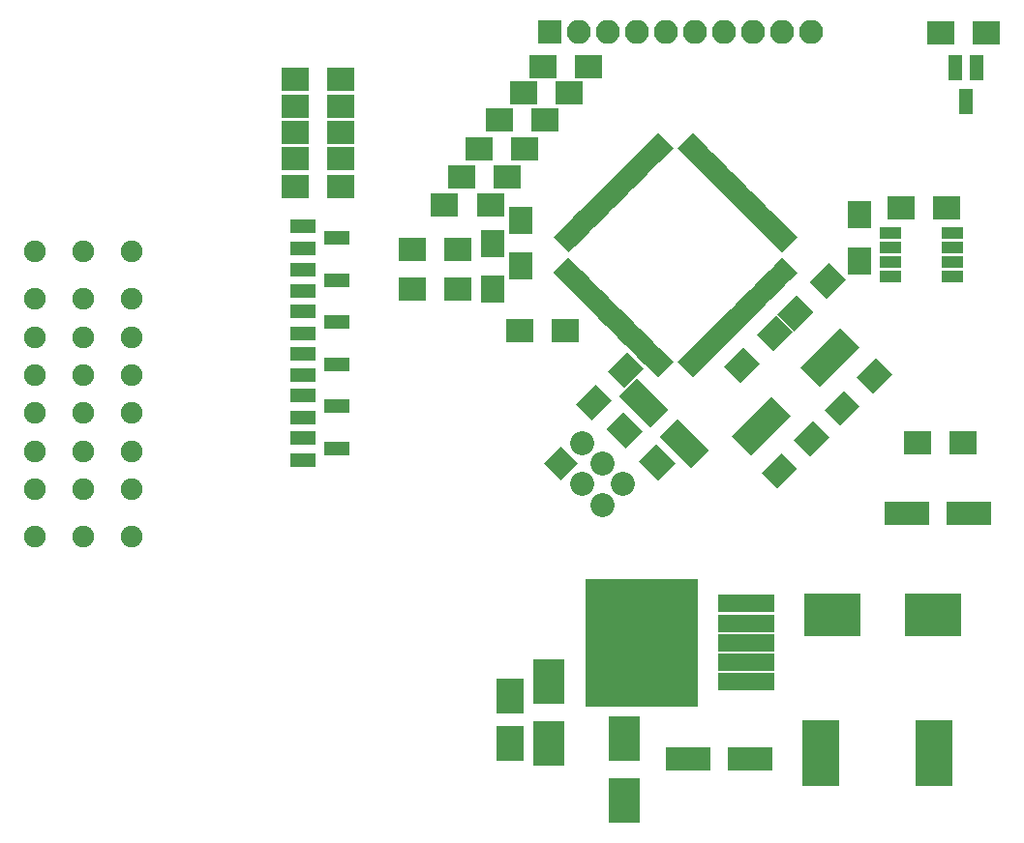
<source format=gbr>
G04 #@! TF.FileFunction,Soldermask,Top*
%FSLAX46Y46*%
G04 Gerber Fmt 4.6, Leading zero omitted, Abs format (unit mm)*
G04 Created by KiCad (PCBNEW 4.0.7) date 06/18/18 23:10:01*
%MOMM*%
%LPD*%
G01*
G04 APERTURE LIST*
%ADD10C,0.100000*%
%ADD11C,2.100000*%
%ADD12R,2.000000X2.400000*%
%ADD13R,2.400000X2.000000*%
%ADD14R,3.900000X2.000000*%
%ADD15R,2.300000X1.200000*%
%ADD16R,2.700000X3.900000*%
%ADD17R,4.900000X3.700000*%
%ADD18R,1.200000X2.300000*%
%ADD19R,2.430000X3.050000*%
%ADD20R,2.100000X2.100000*%
%ADD21O,2.100000X2.100000*%
%ADD22C,1.900000*%
%ADD23R,2.400000X2.100000*%
%ADD24R,3.300000X5.800000*%
%ADD25R,5.000000X1.500000*%
%ADD26R,9.800000X11.200000*%
%ADD27R,1.950000X1.000000*%
G04 APERTURE END LIST*
D10*
G36*
X66500000Y-61234924D02*
X65015076Y-59750000D01*
X66500000Y-58265076D01*
X67984924Y-59750000D01*
X66500000Y-61234924D01*
X66500000Y-61234924D01*
G37*
D11*
X68296051Y-57953949D02*
X68296051Y-57953949D01*
X68296051Y-61546051D02*
X68296051Y-61546051D01*
X70092102Y-59750000D02*
X70092102Y-59750000D01*
X70092102Y-63342102D02*
X70092102Y-63342102D01*
X71888154Y-61546051D02*
X71888154Y-61546051D01*
D10*
G36*
X94055635Y-50530151D02*
X95469849Y-51944365D01*
X93772793Y-53641421D01*
X92358579Y-52227207D01*
X94055635Y-50530151D01*
X94055635Y-50530151D01*
G37*
G36*
X91227207Y-53358579D02*
X92641421Y-54772793D01*
X90944365Y-56469849D01*
X89530151Y-55055635D01*
X91227207Y-53358579D01*
X91227207Y-53358579D01*
G37*
G36*
X88555635Y-56030151D02*
X89969849Y-57444365D01*
X88272793Y-59141421D01*
X86858579Y-57727207D01*
X88555635Y-56030151D01*
X88555635Y-56030151D01*
G37*
G36*
X85727207Y-58858579D02*
X87141421Y-60272793D01*
X85444365Y-61969849D01*
X84030151Y-60555635D01*
X85727207Y-58858579D01*
X85727207Y-58858579D01*
G37*
D12*
X63000000Y-38500000D03*
X63000000Y-42500000D03*
D10*
G36*
X82194365Y-52719849D02*
X80780151Y-51305635D01*
X82477207Y-49608579D01*
X83891421Y-51022793D01*
X82194365Y-52719849D01*
X82194365Y-52719849D01*
G37*
G36*
X85022793Y-49891421D02*
X83608579Y-48477207D01*
X85305635Y-46780151D01*
X86719849Y-48194365D01*
X85022793Y-49891421D01*
X85022793Y-49891421D01*
G37*
D13*
X53500000Y-44500000D03*
X57500000Y-44500000D03*
D12*
X60500000Y-44500000D03*
X60500000Y-40500000D03*
D14*
X83000000Y-85600000D03*
X77600000Y-85600000D03*
D12*
X92600000Y-38000000D03*
X92600000Y-42000000D03*
D10*
G36*
X72305635Y-50030151D02*
X73719849Y-51444365D01*
X72022793Y-53141421D01*
X70608579Y-51727207D01*
X72305635Y-50030151D01*
X72305635Y-50030151D01*
G37*
G36*
X69477207Y-52858579D02*
X70891421Y-54272793D01*
X69194365Y-55969849D01*
X67780151Y-54555635D01*
X69477207Y-52858579D01*
X69477207Y-52858579D01*
G37*
D14*
X102150000Y-64150000D03*
X96750000Y-64150000D03*
D13*
X101650000Y-57950000D03*
X97650000Y-57950000D03*
D15*
X43900000Y-57550000D03*
X43900000Y-59450000D03*
X46900000Y-58500000D03*
X43900000Y-46450000D03*
X43900000Y-48350000D03*
X46900000Y-47400000D03*
X43875000Y-53825000D03*
X43875000Y-55725000D03*
X46875000Y-54775000D03*
X43875000Y-42775000D03*
X43875000Y-44675000D03*
X46875000Y-43725000D03*
X43900000Y-50150000D03*
X43900000Y-52050000D03*
X46900000Y-51100000D03*
X43875000Y-39025000D03*
X43875000Y-40925000D03*
X46875000Y-39975000D03*
D16*
X65450000Y-84300000D03*
X65450000Y-78900000D03*
X72050000Y-89300000D03*
X72050000Y-83900000D03*
D17*
X90200000Y-73050000D03*
X99000000Y-73050000D03*
D10*
G36*
X79424443Y-58618808D02*
X77868808Y-60174443D01*
X75111091Y-57416726D01*
X76666726Y-55861091D01*
X79424443Y-58618808D01*
X79424443Y-58618808D01*
G37*
G36*
X75888909Y-55083274D02*
X74333274Y-56638909D01*
X71575557Y-53881192D01*
X73131192Y-52325557D01*
X75888909Y-55083274D01*
X75888909Y-55083274D01*
G37*
D18*
X102875000Y-25075000D03*
X100975000Y-25075000D03*
X101925000Y-28075000D03*
D19*
X62000000Y-84290000D03*
X62000000Y-80110000D03*
D20*
X65500000Y-22000000D03*
D21*
X68040000Y-22000000D03*
X70580000Y-22000000D03*
X73120000Y-22000000D03*
X75660000Y-22000000D03*
X78200000Y-22000000D03*
X80740000Y-22000000D03*
X83280000Y-22000000D03*
X85820000Y-22000000D03*
X88360000Y-22000000D03*
D22*
X20500000Y-66180000D03*
X20500000Y-62030000D03*
X20500000Y-58700000D03*
X20500000Y-55370000D03*
X20500000Y-52040000D03*
X20500000Y-48710000D03*
X20500000Y-45380000D03*
X24700000Y-62030000D03*
X24700000Y-58700000D03*
X24700000Y-55370000D03*
X24700000Y-52040000D03*
X24700000Y-48710000D03*
X24700000Y-45380000D03*
X28900000Y-62030000D03*
X28900000Y-58700000D03*
X28900000Y-55370000D03*
X28900000Y-52040000D03*
X28900000Y-48710000D03*
X28900000Y-45380000D03*
X20500000Y-41230000D03*
X24700000Y-66180000D03*
X24700000Y-41230000D03*
X28900000Y-66180000D03*
X28900000Y-41230000D03*
D23*
X53500000Y-41000000D03*
X57500000Y-41000000D03*
D24*
X89250000Y-85100000D03*
X99150000Y-85100000D03*
D23*
X56300000Y-37100000D03*
X60300000Y-37100000D03*
X61100000Y-29700000D03*
X65100000Y-29700000D03*
X57800000Y-34700000D03*
X61800000Y-34700000D03*
X63200000Y-27300000D03*
X67200000Y-27300000D03*
X59300000Y-32200000D03*
X63300000Y-32200000D03*
X64900000Y-25000000D03*
X68900000Y-25000000D03*
D10*
G36*
X89920280Y-42194796D02*
X91405204Y-43679720D01*
X89708148Y-45376776D01*
X88223224Y-43891852D01*
X89920280Y-42194796D01*
X89920280Y-42194796D01*
G37*
G36*
X87091852Y-45023224D02*
X88576776Y-46508148D01*
X86879720Y-48205204D01*
X85394796Y-46720280D01*
X87091852Y-45023224D01*
X87091852Y-45023224D01*
G37*
D23*
X62900000Y-48100000D03*
X66900000Y-48100000D03*
X47200000Y-35500000D03*
X43200000Y-35500000D03*
X47200000Y-33100000D03*
X43200000Y-33100000D03*
X47200000Y-30800000D03*
X43200000Y-30800000D03*
X47200000Y-28500000D03*
X43200000Y-28500000D03*
X47200000Y-26100000D03*
X43200000Y-26100000D03*
X100200000Y-37400000D03*
X96200000Y-37400000D03*
D10*
G36*
X76505204Y-59770280D02*
X75020280Y-61255204D01*
X73323224Y-59558148D01*
X74808148Y-58073224D01*
X76505204Y-59770280D01*
X76505204Y-59770280D01*
G37*
G36*
X73676776Y-56941852D02*
X72191852Y-58426776D01*
X70494796Y-56729720D01*
X71979720Y-55244796D01*
X73676776Y-56941852D01*
X73676776Y-56941852D01*
G37*
D23*
X99675000Y-22075000D03*
X103675000Y-22075000D03*
D10*
G36*
X66476761Y-43709709D02*
X65805010Y-43037958D01*
X67148513Y-41694455D01*
X67820264Y-42366206D01*
X66476761Y-43709709D01*
X66476761Y-43709709D01*
G37*
G36*
X67042447Y-44275394D02*
X66370696Y-43603643D01*
X67714199Y-42260140D01*
X68385950Y-42931891D01*
X67042447Y-44275394D01*
X67042447Y-44275394D01*
G37*
G36*
X67608132Y-44841079D02*
X66936381Y-44169328D01*
X68279884Y-42825825D01*
X68951635Y-43497576D01*
X67608132Y-44841079D01*
X67608132Y-44841079D01*
G37*
G36*
X68173817Y-45406765D02*
X67502066Y-44735014D01*
X68845569Y-43391511D01*
X69517320Y-44063262D01*
X68173817Y-45406765D01*
X68173817Y-45406765D01*
G37*
G36*
X68739503Y-45972450D02*
X68067752Y-45300699D01*
X69411255Y-43957196D01*
X70083006Y-44628947D01*
X68739503Y-45972450D01*
X68739503Y-45972450D01*
G37*
G36*
X69305188Y-46538136D02*
X68633437Y-45866385D01*
X69976940Y-44522882D01*
X70648691Y-45194633D01*
X69305188Y-46538136D01*
X69305188Y-46538136D01*
G37*
G36*
X69870874Y-47103821D02*
X69199123Y-46432070D01*
X70542626Y-45088567D01*
X71214377Y-45760318D01*
X69870874Y-47103821D01*
X69870874Y-47103821D01*
G37*
G36*
X70436559Y-47669507D02*
X69764808Y-46997756D01*
X71108311Y-45654253D01*
X71780062Y-46326004D01*
X70436559Y-47669507D01*
X70436559Y-47669507D01*
G37*
G36*
X71002244Y-48235192D02*
X70330493Y-47563441D01*
X71673996Y-46219938D01*
X72345747Y-46891689D01*
X71002244Y-48235192D01*
X71002244Y-48235192D01*
G37*
G36*
X71567930Y-48800877D02*
X70896179Y-48129126D01*
X72239682Y-46785623D01*
X72911433Y-47457374D01*
X71567930Y-48800877D01*
X71567930Y-48800877D01*
G37*
G36*
X72133615Y-49366563D02*
X71461864Y-48694812D01*
X72805367Y-47351309D01*
X73477118Y-48023060D01*
X72133615Y-49366563D01*
X72133615Y-49366563D01*
G37*
G36*
X72699301Y-49932248D02*
X72027550Y-49260497D01*
X73371053Y-47916994D01*
X74042804Y-48588745D01*
X72699301Y-49932248D01*
X72699301Y-49932248D01*
G37*
G36*
X73264986Y-50497934D02*
X72593235Y-49826183D01*
X73936738Y-48482680D01*
X74608489Y-49154431D01*
X73264986Y-50497934D01*
X73264986Y-50497934D01*
G37*
G36*
X73830672Y-51063619D02*
X73158921Y-50391868D01*
X74502424Y-49048365D01*
X75174175Y-49720116D01*
X73830672Y-51063619D01*
X73830672Y-51063619D01*
G37*
G36*
X74396357Y-51629304D02*
X73724606Y-50957553D01*
X75068109Y-49614050D01*
X75739860Y-50285801D01*
X74396357Y-51629304D01*
X74396357Y-51629304D01*
G37*
G36*
X74962042Y-52194990D02*
X74290291Y-51523239D01*
X75633794Y-50179736D01*
X76305545Y-50851487D01*
X74962042Y-52194990D01*
X74962042Y-52194990D01*
G37*
G36*
X78709709Y-51523239D02*
X78037958Y-52194990D01*
X76694455Y-50851487D01*
X77366206Y-50179736D01*
X78709709Y-51523239D01*
X78709709Y-51523239D01*
G37*
G36*
X79275394Y-50957553D02*
X78603643Y-51629304D01*
X77260140Y-50285801D01*
X77931891Y-49614050D01*
X79275394Y-50957553D01*
X79275394Y-50957553D01*
G37*
G36*
X79841079Y-50391868D02*
X79169328Y-51063619D01*
X77825825Y-49720116D01*
X78497576Y-49048365D01*
X79841079Y-50391868D01*
X79841079Y-50391868D01*
G37*
G36*
X80406765Y-49826183D02*
X79735014Y-50497934D01*
X78391511Y-49154431D01*
X79063262Y-48482680D01*
X80406765Y-49826183D01*
X80406765Y-49826183D01*
G37*
G36*
X80972450Y-49260497D02*
X80300699Y-49932248D01*
X78957196Y-48588745D01*
X79628947Y-47916994D01*
X80972450Y-49260497D01*
X80972450Y-49260497D01*
G37*
G36*
X81538136Y-48694812D02*
X80866385Y-49366563D01*
X79522882Y-48023060D01*
X80194633Y-47351309D01*
X81538136Y-48694812D01*
X81538136Y-48694812D01*
G37*
G36*
X82103821Y-48129126D02*
X81432070Y-48800877D01*
X80088567Y-47457374D01*
X80760318Y-46785623D01*
X82103821Y-48129126D01*
X82103821Y-48129126D01*
G37*
G36*
X82669507Y-47563441D02*
X81997756Y-48235192D01*
X80654253Y-46891689D01*
X81326004Y-46219938D01*
X82669507Y-47563441D01*
X82669507Y-47563441D01*
G37*
G36*
X83235192Y-46997756D02*
X82563441Y-47669507D01*
X81219938Y-46326004D01*
X81891689Y-45654253D01*
X83235192Y-46997756D01*
X83235192Y-46997756D01*
G37*
G36*
X83800877Y-46432070D02*
X83129126Y-47103821D01*
X81785623Y-45760318D01*
X82457374Y-45088567D01*
X83800877Y-46432070D01*
X83800877Y-46432070D01*
G37*
G36*
X84366563Y-45866385D02*
X83694812Y-46538136D01*
X82351309Y-45194633D01*
X83023060Y-44522882D01*
X84366563Y-45866385D01*
X84366563Y-45866385D01*
G37*
G36*
X84932248Y-45300699D02*
X84260497Y-45972450D01*
X82916994Y-44628947D01*
X83588745Y-43957196D01*
X84932248Y-45300699D01*
X84932248Y-45300699D01*
G37*
G36*
X85497934Y-44735014D02*
X84826183Y-45406765D01*
X83482680Y-44063262D01*
X84154431Y-43391511D01*
X85497934Y-44735014D01*
X85497934Y-44735014D01*
G37*
G36*
X86063619Y-44169328D02*
X85391868Y-44841079D01*
X84048365Y-43497576D01*
X84720116Y-42825825D01*
X86063619Y-44169328D01*
X86063619Y-44169328D01*
G37*
G36*
X86629304Y-43603643D02*
X85957553Y-44275394D01*
X84614050Y-42931891D01*
X85285801Y-42260140D01*
X86629304Y-43603643D01*
X86629304Y-43603643D01*
G37*
G36*
X87194990Y-43037958D02*
X86523239Y-43709709D01*
X85179736Y-42366206D01*
X85851487Y-41694455D01*
X87194990Y-43037958D01*
X87194990Y-43037958D01*
G37*
G36*
X85851487Y-41305545D02*
X85179736Y-40633794D01*
X86523239Y-39290291D01*
X87194990Y-39962042D01*
X85851487Y-41305545D01*
X85851487Y-41305545D01*
G37*
G36*
X85285801Y-40739860D02*
X84614050Y-40068109D01*
X85957553Y-38724606D01*
X86629304Y-39396357D01*
X85285801Y-40739860D01*
X85285801Y-40739860D01*
G37*
G36*
X84720116Y-40174175D02*
X84048365Y-39502424D01*
X85391868Y-38158921D01*
X86063619Y-38830672D01*
X84720116Y-40174175D01*
X84720116Y-40174175D01*
G37*
G36*
X84154431Y-39608489D02*
X83482680Y-38936738D01*
X84826183Y-37593235D01*
X85497934Y-38264986D01*
X84154431Y-39608489D01*
X84154431Y-39608489D01*
G37*
G36*
X83588745Y-39042804D02*
X82916994Y-38371053D01*
X84260497Y-37027550D01*
X84932248Y-37699301D01*
X83588745Y-39042804D01*
X83588745Y-39042804D01*
G37*
G36*
X83023060Y-38477118D02*
X82351309Y-37805367D01*
X83694812Y-36461864D01*
X84366563Y-37133615D01*
X83023060Y-38477118D01*
X83023060Y-38477118D01*
G37*
G36*
X82457374Y-37911433D02*
X81785623Y-37239682D01*
X83129126Y-35896179D01*
X83800877Y-36567930D01*
X82457374Y-37911433D01*
X82457374Y-37911433D01*
G37*
G36*
X81891689Y-37345747D02*
X81219938Y-36673996D01*
X82563441Y-35330493D01*
X83235192Y-36002244D01*
X81891689Y-37345747D01*
X81891689Y-37345747D01*
G37*
G36*
X81326004Y-36780062D02*
X80654253Y-36108311D01*
X81997756Y-34764808D01*
X82669507Y-35436559D01*
X81326004Y-36780062D01*
X81326004Y-36780062D01*
G37*
G36*
X80760318Y-36214377D02*
X80088567Y-35542626D01*
X81432070Y-34199123D01*
X82103821Y-34870874D01*
X80760318Y-36214377D01*
X80760318Y-36214377D01*
G37*
G36*
X80194633Y-35648691D02*
X79522882Y-34976940D01*
X80866385Y-33633437D01*
X81538136Y-34305188D01*
X80194633Y-35648691D01*
X80194633Y-35648691D01*
G37*
G36*
X79628947Y-35083006D02*
X78957196Y-34411255D01*
X80300699Y-33067752D01*
X80972450Y-33739503D01*
X79628947Y-35083006D01*
X79628947Y-35083006D01*
G37*
G36*
X79063262Y-34517320D02*
X78391511Y-33845569D01*
X79735014Y-32502066D01*
X80406765Y-33173817D01*
X79063262Y-34517320D01*
X79063262Y-34517320D01*
G37*
G36*
X78497576Y-33951635D02*
X77825825Y-33279884D01*
X79169328Y-31936381D01*
X79841079Y-32608132D01*
X78497576Y-33951635D01*
X78497576Y-33951635D01*
G37*
G36*
X77931891Y-33385950D02*
X77260140Y-32714199D01*
X78603643Y-31370696D01*
X79275394Y-32042447D01*
X77931891Y-33385950D01*
X77931891Y-33385950D01*
G37*
G36*
X77366206Y-32820264D02*
X76694455Y-32148513D01*
X78037958Y-30805010D01*
X78709709Y-31476761D01*
X77366206Y-32820264D01*
X77366206Y-32820264D01*
G37*
G36*
X76305545Y-32148513D02*
X75633794Y-32820264D01*
X74290291Y-31476761D01*
X74962042Y-30805010D01*
X76305545Y-32148513D01*
X76305545Y-32148513D01*
G37*
G36*
X75739860Y-32714199D02*
X75068109Y-33385950D01*
X73724606Y-32042447D01*
X74396357Y-31370696D01*
X75739860Y-32714199D01*
X75739860Y-32714199D01*
G37*
G36*
X75174175Y-33279884D02*
X74502424Y-33951635D01*
X73158921Y-32608132D01*
X73830672Y-31936381D01*
X75174175Y-33279884D01*
X75174175Y-33279884D01*
G37*
G36*
X74608489Y-33845569D02*
X73936738Y-34517320D01*
X72593235Y-33173817D01*
X73264986Y-32502066D01*
X74608489Y-33845569D01*
X74608489Y-33845569D01*
G37*
G36*
X74042804Y-34411255D02*
X73371053Y-35083006D01*
X72027550Y-33739503D01*
X72699301Y-33067752D01*
X74042804Y-34411255D01*
X74042804Y-34411255D01*
G37*
G36*
X73477118Y-34976940D02*
X72805367Y-35648691D01*
X71461864Y-34305188D01*
X72133615Y-33633437D01*
X73477118Y-34976940D01*
X73477118Y-34976940D01*
G37*
G36*
X72911433Y-35542626D02*
X72239682Y-36214377D01*
X70896179Y-34870874D01*
X71567930Y-34199123D01*
X72911433Y-35542626D01*
X72911433Y-35542626D01*
G37*
G36*
X72345747Y-36108311D02*
X71673996Y-36780062D01*
X70330493Y-35436559D01*
X71002244Y-34764808D01*
X72345747Y-36108311D01*
X72345747Y-36108311D01*
G37*
G36*
X71780062Y-36673996D02*
X71108311Y-37345747D01*
X69764808Y-36002244D01*
X70436559Y-35330493D01*
X71780062Y-36673996D01*
X71780062Y-36673996D01*
G37*
G36*
X71214377Y-37239682D02*
X70542626Y-37911433D01*
X69199123Y-36567930D01*
X69870874Y-35896179D01*
X71214377Y-37239682D01*
X71214377Y-37239682D01*
G37*
G36*
X70648691Y-37805367D02*
X69976940Y-38477118D01*
X68633437Y-37133615D01*
X69305188Y-36461864D01*
X70648691Y-37805367D01*
X70648691Y-37805367D01*
G37*
G36*
X70083006Y-38371053D02*
X69411255Y-39042804D01*
X68067752Y-37699301D01*
X68739503Y-37027550D01*
X70083006Y-38371053D01*
X70083006Y-38371053D01*
G37*
G36*
X69517320Y-38936738D02*
X68845569Y-39608489D01*
X67502066Y-38264986D01*
X68173817Y-37593235D01*
X69517320Y-38936738D01*
X69517320Y-38936738D01*
G37*
G36*
X68951635Y-39502424D02*
X68279884Y-40174175D01*
X66936381Y-38830672D01*
X67608132Y-38158921D01*
X68951635Y-39502424D01*
X68951635Y-39502424D01*
G37*
G36*
X68385950Y-40068109D02*
X67714199Y-40739860D01*
X66370696Y-39396357D01*
X67042447Y-38724606D01*
X68385950Y-40068109D01*
X68385950Y-40068109D01*
G37*
G36*
X67820264Y-40633794D02*
X67148513Y-41305545D01*
X65805010Y-39962042D01*
X66476761Y-39290291D01*
X67820264Y-40633794D01*
X67820264Y-40633794D01*
G37*
D25*
X82725000Y-78850000D03*
X82725000Y-77150000D03*
X82725000Y-75450000D03*
X82725000Y-73750000D03*
X82725000Y-72050000D03*
D26*
X73575000Y-75450000D03*
D27*
X95300000Y-39595000D03*
X95300000Y-40865000D03*
X95300000Y-42135000D03*
X95300000Y-43405000D03*
X100700000Y-43405000D03*
X100700000Y-42135000D03*
X100700000Y-40865000D03*
X100700000Y-39595000D03*
D10*
G36*
X90889087Y-47913856D02*
X92586144Y-49610913D01*
X89121321Y-53075736D01*
X87424264Y-51378679D01*
X90889087Y-47913856D01*
X90889087Y-47913856D01*
G37*
G36*
X84878679Y-53924264D02*
X86575736Y-55621321D01*
X83110913Y-59086144D01*
X81413856Y-57389087D01*
X84878679Y-53924264D01*
X84878679Y-53924264D01*
G37*
M02*

</source>
